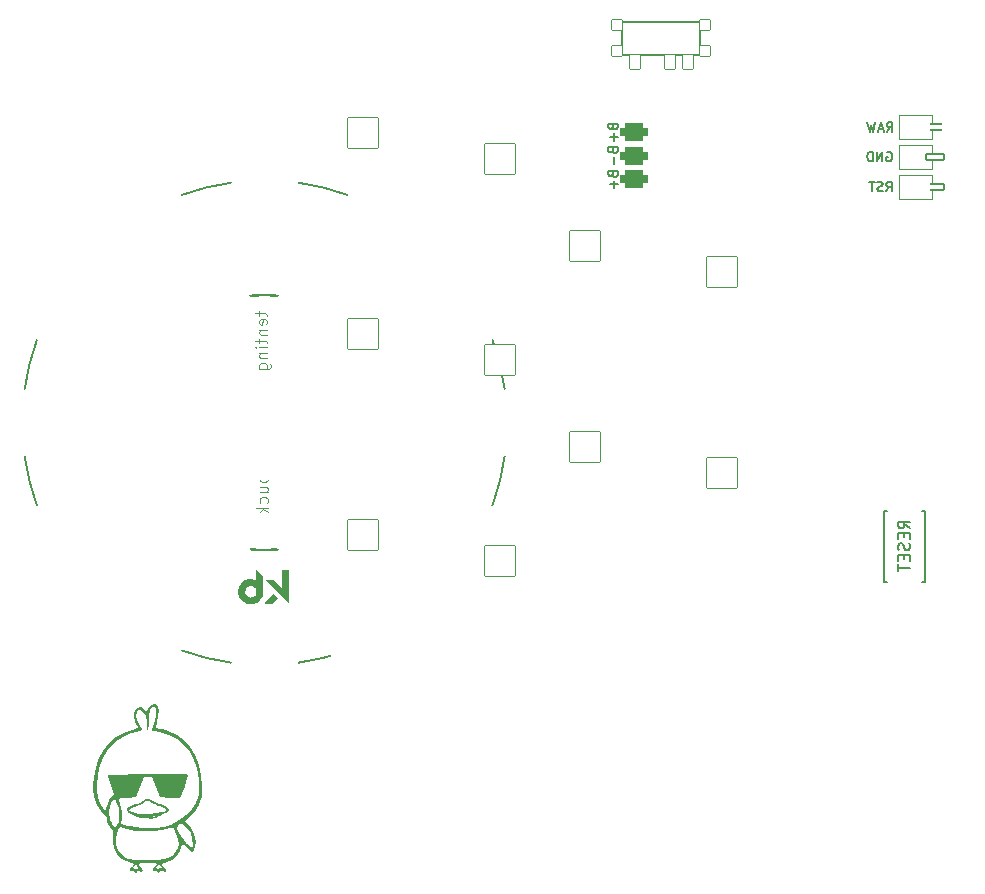
<source format=gbo>
%TF.GenerationSoftware,KiCad,Pcbnew,(6.0.4)*%
%TF.CreationDate,2022-05-21T01:49:08+02:00*%
%TF.ProjectId,battoota,62617474-6f6f-4746-912e-6b696361645f,v1.0.0*%
%TF.SameCoordinates,Original*%
%TF.FileFunction,Legend,Bot*%
%TF.FilePolarity,Positive*%
%FSLAX46Y46*%
G04 Gerber Fmt 4.6, Leading zero omitted, Abs format (unit mm)*
G04 Created by KiCad (PCBNEW (6.0.4)) date 2022-05-21 01:49:08*
%MOMM*%
%LPD*%
G01*
G04 APERTURE LIST*
G04 Aperture macros list*
%AMRoundRect*
0 Rectangle with rounded corners*
0 $1 Rounding radius*
0 $2 $3 $4 $5 $6 $7 $8 $9 X,Y pos of 4 corners*
0 Add a 4 corners polygon primitive as box body*
4,1,4,$2,$3,$4,$5,$6,$7,$8,$9,$2,$3,0*
0 Add four circle primitives for the rounded corners*
1,1,$1+$1,$2,$3*
1,1,$1+$1,$4,$5*
1,1,$1+$1,$6,$7*
1,1,$1+$1,$8,$9*
0 Add four rect primitives between the rounded corners*
20,1,$1+$1,$2,$3,$4,$5,0*
20,1,$1+$1,$4,$5,$6,$7,0*
20,1,$1+$1,$6,$7,$8,$9,0*
20,1,$1+$1,$8,$9,$2,$3,0*%
%AMFreePoly0*
4,1,16,0.685355,0.785355,0.700000,0.750000,0.691603,0.722265,0.210093,0.000000,0.691603,-0.722265,0.699029,-0.759806,0.677735,-0.791603,0.650000,-0.800000,-0.500000,-0.800000,-0.535355,-0.785355,-0.550000,-0.750000,-0.550000,0.750000,-0.535355,0.785355,-0.500000,0.800000,0.650000,0.800000,0.685355,0.785355,0.685355,0.785355,$1*%
%AMFreePoly1*
4,1,16,0.535355,0.785355,0.550000,0.750000,0.550000,-0.750000,0.535355,-0.785355,0.500000,-0.800000,-0.500000,-0.800000,-0.535355,-0.785355,-0.541603,-0.777735,-1.041603,-0.027735,-1.049029,0.009806,-1.041603,0.027735,-0.541603,0.777735,-0.509806,0.799029,-0.500000,0.800000,0.500000,0.800000,0.535355,0.785355,0.535355,0.785355,$1*%
G04 Aperture macros list end*
%ADD10C,0.150000*%
%ADD11C,0.100000*%
%ADD12C,0.120000*%
%ADD13C,0.200000*%
%ADD14C,0.010000*%
%ADD15RoundRect,0.375000X-0.750000X0.375000X-0.750000X-0.375000X0.750000X-0.375000X0.750000X0.375000X0*%
%ADD16C,1.752600*%
%ADD17C,2.100000*%
%ADD18C,3.100000*%
%ADD19C,1.801800*%
%ADD20C,3.529000*%
%ADD21RoundRect,0.050000X-1.054507X-1.505993X1.505993X-1.054507X1.054507X1.505993X-1.505993X1.054507X0*%
%ADD22C,2.132000*%
%ADD23RoundRect,0.050000X-1.181751X-1.408356X1.408356X-1.181751X1.181751X1.408356X-1.408356X1.181751X0*%
%ADD24RoundRect,0.050000X-1.300000X-1.300000X1.300000X-1.300000X1.300000X1.300000X-1.300000X1.300000X0*%
%ADD25RoundRect,0.050000X-0.450000X-0.450000X0.450000X-0.450000X0.450000X0.450000X-0.450000X0.450000X0*%
%ADD26C,1.100000*%
%ADD27RoundRect,0.050000X-0.450000X-0.625000X0.450000X-0.625000X0.450000X0.625000X-0.450000X0.625000X0*%
%ADD28RoundRect,0.050000X-1.716367X-0.658851X0.658851X-1.716367X1.716367X0.658851X-0.658851X1.716367X0*%
%ADD29RoundRect,0.425000X-0.750000X0.375000X-0.750000X-0.375000X0.750000X-0.375000X0.750000X0.375000X0*%
%ADD30RoundRect,0.050000X-0.863113X-1.623279X1.623279X-0.863113X0.863113X1.623279X-1.623279X0.863113X0*%
%ADD31RoundRect,0.050000X-1.487360X-1.080630X1.080630X-1.487360X1.487360X1.080630X-1.080630X1.487360X0*%
%ADD32C,1.852600*%
%ADD33FreePoly0,180.000000*%
%ADD34RoundRect,0.050000X-0.762000X0.250000X-0.762000X-0.250000X0.762000X-0.250000X0.762000X0.250000X0*%
%ADD35FreePoly1,180.000000*%
%ADD36C,4.500000*%
G04 APERTURE END LIST*
D10*
%TO.C,B1*%
X158422171Y79202634D02*
X157945981Y79535968D01*
X158422171Y79774063D02*
X157422171Y79774063D01*
X157422171Y79393111D01*
X157469791Y79297873D01*
X157517410Y79250254D01*
X157612648Y79202634D01*
X157755505Y79202634D01*
X157850743Y79250254D01*
X157898362Y79297873D01*
X157945981Y79393111D01*
X157945981Y79774063D01*
X157898362Y78774063D02*
X157898362Y78440730D01*
X158422171Y78297873D02*
X158422171Y78774063D01*
X157422171Y78774063D01*
X157422171Y78297873D01*
X158374552Y77916920D02*
X158422171Y77774063D01*
X158422171Y77535968D01*
X158374552Y77440730D01*
X158326933Y77393111D01*
X158231695Y77345492D01*
X158136457Y77345492D01*
X158041219Y77393111D01*
X157993600Y77440730D01*
X157945981Y77535968D01*
X157898362Y77726444D01*
X157850743Y77821682D01*
X157803124Y77869301D01*
X157707886Y77916920D01*
X157612648Y77916920D01*
X157517410Y77869301D01*
X157469791Y77821682D01*
X157422171Y77726444D01*
X157422171Y77488349D01*
X157469791Y77345492D01*
X157898362Y76916920D02*
X157898362Y76583587D01*
X158422171Y76440730D02*
X158422171Y76916920D01*
X157422171Y76916920D01*
X157422171Y76440730D01*
X157422171Y76155015D02*
X157422171Y75583587D01*
X158422171Y75869301D02*
X157422171Y75869301D01*
%TO.C,PAD1*%
X133252648Y109176349D02*
X133290743Y109062063D01*
X133328838Y109023968D01*
X133405029Y108985873D01*
X133519314Y108985873D01*
X133595505Y109023968D01*
X133633600Y109062063D01*
X133671695Y109138254D01*
X133671695Y109443015D01*
X132871695Y109443015D01*
X132871695Y109176349D01*
X132909791Y109100158D01*
X132947886Y109062063D01*
X133024076Y109023968D01*
X133100267Y109023968D01*
X133176457Y109062063D01*
X133214552Y109100158D01*
X133252648Y109176349D01*
X133252648Y109443015D01*
X133366933Y108643015D02*
X133366933Y108033492D01*
X133671695Y108338254D02*
X133062171Y108338254D01*
X133252648Y113176349D02*
X133290743Y113062063D01*
X133328838Y113023968D01*
X133405029Y112985873D01*
X133519314Y112985873D01*
X133595505Y113023968D01*
X133633600Y113062063D01*
X133671695Y113138254D01*
X133671695Y113443015D01*
X132871695Y113443015D01*
X132871695Y113176349D01*
X132909791Y113100158D01*
X132947886Y113062063D01*
X133024076Y113023968D01*
X133100267Y113023968D01*
X133176457Y113062063D01*
X133214552Y113100158D01*
X133252648Y113176349D01*
X133252648Y113443015D01*
X133366933Y112643015D02*
X133366933Y112033492D01*
X133671695Y112338254D02*
X133062171Y112338254D01*
X133252648Y111176349D02*
X133290743Y111062063D01*
X133328838Y111023968D01*
X133405029Y110985873D01*
X133519314Y110985873D01*
X133595505Y111023968D01*
X133633600Y111062063D01*
X133671695Y111138254D01*
X133671695Y111443015D01*
X132871695Y111443015D01*
X132871695Y111176349D01*
X132909791Y111100158D01*
X132947886Y111062063D01*
X133024076Y111023968D01*
X133100267Y111023968D01*
X133176457Y111062063D01*
X133214552Y111100158D01*
X133252648Y111176349D01*
X133252648Y111443015D01*
X133366933Y110643015D02*
X133366933Y110033492D01*
%TO.C,MCU1*%
X156461797Y112786976D02*
X156728464Y113167928D01*
X156918940Y112786976D02*
X156918940Y113586976D01*
X156614178Y113586976D01*
X156537988Y113548881D01*
X156499893Y113510785D01*
X156461797Y113434595D01*
X156461797Y113320309D01*
X156499893Y113244119D01*
X156537988Y113206023D01*
X156614178Y113167928D01*
X156918940Y113167928D01*
X156157036Y113015547D02*
X155776083Y113015547D01*
X156233226Y112786976D02*
X155966559Y113586976D01*
X155699893Y112786976D01*
X155509417Y113586976D02*
X155318940Y112786976D01*
X155166559Y113358404D01*
X155014178Y112786976D01*
X154823702Y113586976D01*
X156424534Y107749408D02*
X156691200Y108130360D01*
X156881677Y107749408D02*
X156881677Y108549408D01*
X156576915Y108549408D01*
X156500724Y108511313D01*
X156462629Y108473217D01*
X156424534Y108397027D01*
X156424534Y108282741D01*
X156462629Y108206551D01*
X156500724Y108168455D01*
X156576915Y108130360D01*
X156881677Y108130360D01*
X156119772Y107787503D02*
X156005486Y107749408D01*
X155815010Y107749408D01*
X155738819Y107787503D01*
X155700724Y107825598D01*
X155662629Y107901789D01*
X155662629Y107977979D01*
X155700724Y108054170D01*
X155738819Y108092265D01*
X155815010Y108130360D01*
X155967391Y108168455D01*
X156043581Y108206551D01*
X156081677Y108244646D01*
X156119772Y108320836D01*
X156119772Y108397027D01*
X156081677Y108473217D01*
X156043581Y108511313D01*
X155967391Y108549408D01*
X155776915Y108549408D01*
X155662629Y108511313D01*
X155434058Y108549408D02*
X154976915Y108549408D01*
X155205486Y107749408D02*
X155205486Y108549408D01*
X156481677Y111051313D02*
X156557868Y111089408D01*
X156672154Y111089408D01*
X156786439Y111051313D01*
X156862630Y110975122D01*
X156900725Y110898932D01*
X156938820Y110746551D01*
X156938820Y110632265D01*
X156900725Y110479884D01*
X156862630Y110403693D01*
X156786439Y110327503D01*
X156672154Y110289408D01*
X156595963Y110289408D01*
X156481677Y110327503D01*
X156443582Y110365598D01*
X156443582Y110632265D01*
X156595963Y110632265D01*
X156100725Y110289408D02*
X156100725Y111089408D01*
X155643582Y110289408D01*
X155643582Y111089408D01*
X155262630Y110289408D02*
X155262630Y111089408D01*
X155072154Y111089408D01*
X154957868Y111051313D01*
X154881677Y110975122D01*
X154843582Y110898932D01*
X154805487Y110746551D01*
X154805487Y110632265D01*
X154843582Y110479884D01*
X154881677Y110403693D01*
X154957868Y110327503D01*
X155072154Y110289408D01*
X155262630Y110289408D01*
D11*
%TO.C,REF\u002A\u002A*%
X103328934Y97562927D02*
X103328934Y97181974D01*
X102995600Y97420069D02*
X103852743Y97420069D01*
X103947981Y97372450D01*
X103995600Y97277212D01*
X103995600Y97181974D01*
X103947981Y96467688D02*
X103995600Y96562927D01*
X103995600Y96753403D01*
X103947981Y96848641D01*
X103852743Y96896260D01*
X103471791Y96896260D01*
X103376553Y96848641D01*
X103328934Y96753403D01*
X103328934Y96562927D01*
X103376553Y96467688D01*
X103471791Y96420069D01*
X103567029Y96420069D01*
X103662267Y96896260D01*
X103328934Y95991498D02*
X103995600Y95991498D01*
X103424172Y95991498D02*
X103376553Y95943879D01*
X103328934Y95848641D01*
X103328934Y95705784D01*
X103376553Y95610546D01*
X103471791Y95562927D01*
X103995600Y95562927D01*
X103328934Y95229593D02*
X103328934Y94848641D01*
X102995600Y95086736D02*
X103852743Y95086736D01*
X103947981Y95039117D01*
X103995600Y94943879D01*
X103995600Y94848641D01*
X103995600Y94515307D02*
X103328934Y94515307D01*
X102995600Y94515307D02*
X103043220Y94562927D01*
X103090839Y94515307D01*
X103043220Y94467688D01*
X102995600Y94515307D01*
X103090839Y94515307D01*
X103328934Y94039117D02*
X103995600Y94039117D01*
X103424172Y94039117D02*
X103376553Y93991498D01*
X103328934Y93896260D01*
X103328934Y93753403D01*
X103376553Y93658165D01*
X103471791Y93610546D01*
X103995600Y93610546D01*
X103328934Y92705784D02*
X104138458Y92705784D01*
X104233696Y92753403D01*
X104281315Y92801022D01*
X104328934Y92896260D01*
X104328934Y93039117D01*
X104281315Y93134355D01*
X103947981Y92705784D02*
X103995600Y92801022D01*
X103995600Y92991498D01*
X103947981Y93086736D01*
X103900362Y93134355D01*
X103805124Y93181974D01*
X103519410Y93181974D01*
X103424172Y93134355D01*
X103376553Y93086736D01*
X103328934Y92991498D01*
X103328934Y92801022D01*
X103376553Y92705784D01*
X103392434Y83608927D02*
X104392434Y83608927D01*
X103440053Y83608927D02*
X103392434Y83513688D01*
X103392434Y83323212D01*
X103440053Y83227974D01*
X103487672Y83180355D01*
X103582910Y83132736D01*
X103868624Y83132736D01*
X103963862Y83180355D01*
X104011481Y83227974D01*
X104059100Y83323212D01*
X104059100Y83513688D01*
X104011481Y83608927D01*
X103392434Y82275593D02*
X104059100Y82275593D01*
X103392434Y82704165D02*
X103916243Y82704165D01*
X104011481Y82656546D01*
X104059100Y82561307D01*
X104059100Y82418450D01*
X104011481Y82323212D01*
X103963862Y82275593D01*
X104011481Y81370831D02*
X104059100Y81466069D01*
X104059100Y81656546D01*
X104011481Y81751784D01*
X103963862Y81799403D01*
X103868624Y81847022D01*
X103582910Y81847022D01*
X103487672Y81799403D01*
X103440053Y81751784D01*
X103392434Y81656546D01*
X103392434Y81466069D01*
X103440053Y81370831D01*
X104059100Y80942260D02*
X103059100Y80942260D01*
X103678148Y80847022D02*
X104059100Y80561307D01*
X103392434Y80561307D02*
X103773386Y80942260D01*
D10*
%TO.C,B1*%
X159719791Y74623254D02*
X159469791Y74623254D01*
X159719791Y80623254D02*
X159719791Y74623254D01*
X156219791Y80623254D02*
X156469791Y80623254D01*
X156469791Y74623254D02*
X156219791Y74623254D01*
X156219791Y74623254D02*
X156219791Y80623254D01*
X159469791Y80623254D02*
X159719791Y80623254D01*
%TO.C,T2*%
X139318406Y122101838D02*
X135418406Y122101838D01*
X140668406Y119251838D02*
X140668406Y122101838D01*
X134068406Y122101838D02*
X134068406Y119251838D01*
X134068406Y119251838D02*
X140668406Y119251838D01*
X137368406Y122101838D02*
X134068406Y122101838D01*
X137368406Y122101838D02*
X140668406Y122101838D01*
D12*
%TO.C,MCU1*%
X160318690Y110963254D02*
X160318690Y111643254D01*
X160318690Y107103254D02*
X160318690Y107763254D01*
X160318690Y114183254D02*
X157518690Y114183254D01*
X157518690Y114183254D02*
X157518690Y112183254D01*
X160318690Y108438254D02*
X160318690Y109103254D01*
X157518690Y107103254D02*
X160318690Y107103254D01*
X160318690Y112183254D02*
X160318690Y112863254D01*
X157518690Y109103254D02*
X157518690Y107103254D01*
X160318690Y111643254D02*
X157518690Y111643254D01*
X160318690Y109103254D02*
X157518690Y109103254D01*
X160318690Y113513254D02*
X160318690Y114183254D01*
X160318690Y109643254D02*
X160318690Y110313254D01*
X157518690Y111643254D02*
X157518690Y109643254D01*
X157518690Y109643254D02*
X160318690Y109643254D01*
X157518690Y112183254D02*
X160318690Y112183254D01*
D13*
%TO.C,REF\u002A\u002A*%
X103797220Y77346426D02*
G75*
G03*
X104925605Y77405563I0J10794901D01*
G01*
X103715684Y98963368D02*
G75*
G03*
X102587299Y98904232I-6J-10794921D01*
G01*
X84511085Y95149471D02*
G75*
G03*
X83477220Y90998927I19286255J-7008074D01*
G01*
X104925605Y98877290D02*
G75*
G03*
X103797220Y98936427I-1128385J-10735763D01*
G01*
X102668835Y77405563D02*
G75*
G03*
X103797220Y77346427I1128379J10735785D01*
G01*
X110805269Y107427560D02*
G75*
G03*
X106654720Y108461427I-7008049J-19286133D01*
G01*
X123083354Y81133379D02*
G75*
G03*
X124117220Y85283927I-19286134J7008048D01*
G01*
X104844069Y98904232D02*
G75*
G03*
X103715684Y98963368I-1128379J-10735785D01*
G01*
X96789175Y68855292D02*
G75*
G03*
X100939720Y67821427I7008045J19286135D01*
G01*
X106654720Y67821427D02*
G75*
G03*
X110805265Y68855292I-2857506J20320019D01*
G01*
X83477219Y85283927D02*
G75*
G03*
X84511085Y81133381I20320001J2857500D01*
G01*
X100939720Y108461428D02*
G75*
G03*
X96789174Y107427562I2857500J-20320001D01*
G01*
X103715684Y77373368D02*
G75*
G03*
X104844069Y77432504I6J10794921D01*
G01*
X102587299Y77432504D02*
G75*
G03*
X103715684Y77373368I1128379J10735785D01*
G01*
X124117220Y90998927D02*
G75*
G03*
X123083354Y95149475I-20320000J-2857500D01*
G01*
X103797220Y98936427D02*
G75*
G03*
X102668835Y98877291I-6J-10794921D01*
G01*
G36*
X105796636Y72942012D02*
G01*
X105705792Y73034288D01*
X105692011Y73048284D01*
X105660150Y73080637D01*
X105614203Y73127291D01*
X105555387Y73187009D01*
X105484920Y73258554D01*
X105404021Y73340691D01*
X105313906Y73432184D01*
X105215794Y73531795D01*
X105110902Y73638288D01*
X105000448Y73750428D01*
X104885649Y73866977D01*
X104767724Y73986700D01*
X103920500Y74846837D01*
X104208868Y74849930D01*
X104497236Y74853024D01*
X105300182Y74050324D01*
X105300182Y75683882D01*
X105796636Y75683882D01*
X105796636Y72942012D01*
G37*
D14*
X105796636Y72942012D02*
X105705792Y73034288D01*
X105692011Y73048284D01*
X105660150Y73080637D01*
X105614203Y73127291D01*
X105555387Y73187009D01*
X105484920Y73258554D01*
X105404021Y73340691D01*
X105313906Y73432184D01*
X105215794Y73531795D01*
X105110902Y73638288D01*
X105000448Y73750428D01*
X104885649Y73866977D01*
X104767724Y73986700D01*
X103920500Y74846837D01*
X104208868Y74849930D01*
X104497236Y74853024D01*
X105300182Y74050324D01*
X105300182Y75683882D01*
X105796636Y75683882D01*
X105796636Y72942012D01*
G36*
X103593401Y73738004D02*
G01*
X103590788Y73709609D01*
X103581919Y73663159D01*
X103544366Y73535999D01*
X103489200Y73410136D01*
X103419508Y73291954D01*
X103338377Y73187834D01*
X103329983Y73178668D01*
X103221671Y73078342D01*
X103099251Y72994345D01*
X102966078Y72928366D01*
X102825510Y72882091D01*
X102680902Y72857210D01*
X102580656Y72852727D01*
X102432235Y72864126D01*
X102288816Y72896379D01*
X102152580Y72948402D01*
X102025705Y73019116D01*
X101910372Y73107438D01*
X101808759Y73212287D01*
X101723047Y73332580D01*
X101665792Y73439499D01*
X101612647Y73578735D01*
X101581291Y73723299D01*
X101574787Y73819663D01*
X102070026Y73819663D01*
X102070308Y73814373D01*
X102074626Y73759070D01*
X102081983Y73716778D01*
X102094628Y73678170D01*
X102114809Y73633924D01*
X102136297Y73595597D01*
X102177782Y73536803D01*
X102225839Y73481347D01*
X102275162Y73435153D01*
X102320448Y73404149D01*
X102336615Y73396373D01*
X102377520Y73379013D01*
X102420517Y73362927D01*
X102493344Y73343639D01*
X102597045Y73335118D01*
X102698586Y73347912D01*
X102795372Y73381044D01*
X102884804Y73433537D01*
X102964285Y73504414D01*
X103031219Y73592697D01*
X103059873Y73646842D01*
X103090305Y73740861D01*
X103100877Y73838410D01*
X103092571Y73936358D01*
X103066369Y74031571D01*
X103023256Y74120918D01*
X102964213Y74201264D01*
X102890223Y74269478D01*
X102802271Y74322427D01*
X102788268Y74328713D01*
X102689922Y74359338D01*
X102588570Y74369520D01*
X102487666Y74360200D01*
X102390667Y74332322D01*
X102301031Y74286826D01*
X102222214Y74224656D01*
X102157672Y74146752D01*
X102139902Y74118223D01*
X102096250Y74024800D01*
X102073394Y73926908D01*
X102070026Y73819663D01*
X101574787Y73819663D01*
X101571000Y73875777D01*
X101574561Y73965447D01*
X101597242Y74115726D01*
X101639994Y74257695D01*
X101701804Y74389680D01*
X101781662Y74510005D01*
X101878556Y74616994D01*
X101991476Y74708974D01*
X102119409Y74784267D01*
X102189260Y74816906D01*
X102264398Y74846123D01*
X102336050Y74865615D01*
X102412533Y74877552D01*
X102502168Y74884104D01*
X102519980Y74884772D01*
X102659181Y74878334D01*
X102789564Y74850658D01*
X102911780Y74801554D01*
X103026477Y74730832D01*
X103050611Y74713630D01*
X103075457Y74697287D01*
X103087888Y74690973D01*
X103088796Y74695003D01*
X103090245Y74718810D01*
X103091572Y74761933D01*
X103092741Y74822008D01*
X103093717Y74896670D01*
X103094467Y74983556D01*
X103094956Y75080301D01*
X103095148Y75184541D01*
X103095296Y75678109D01*
X103603000Y75168083D01*
X103602913Y74476369D01*
X103602910Y74464633D01*
X103602649Y74314159D01*
X103601985Y74176887D01*
X103600941Y74054231D01*
X103599538Y73947602D01*
X103597799Y73858413D01*
X103597215Y73838410D01*
X103595746Y73788076D01*
X103593401Y73738004D01*
G37*
X103593401Y73738004D02*
X103590788Y73709609D01*
X103581919Y73663159D01*
X103544366Y73535999D01*
X103489200Y73410136D01*
X103419508Y73291954D01*
X103338377Y73187834D01*
X103329983Y73178668D01*
X103221671Y73078342D01*
X103099251Y72994345D01*
X102966078Y72928366D01*
X102825510Y72882091D01*
X102680902Y72857210D01*
X102580656Y72852727D01*
X102432235Y72864126D01*
X102288816Y72896379D01*
X102152580Y72948402D01*
X102025705Y73019116D01*
X101910372Y73107438D01*
X101808759Y73212287D01*
X101723047Y73332580D01*
X101665792Y73439499D01*
X101612647Y73578735D01*
X101581291Y73723299D01*
X101574787Y73819663D01*
X102070026Y73819663D01*
X102070308Y73814373D01*
X102074626Y73759070D01*
X102081983Y73716778D01*
X102094628Y73678170D01*
X102114809Y73633924D01*
X102136297Y73595597D01*
X102177782Y73536803D01*
X102225839Y73481347D01*
X102275162Y73435153D01*
X102320448Y73404149D01*
X102336615Y73396373D01*
X102377520Y73379013D01*
X102420517Y73362927D01*
X102493344Y73343639D01*
X102597045Y73335118D01*
X102698586Y73347912D01*
X102795372Y73381044D01*
X102884804Y73433537D01*
X102964285Y73504414D01*
X103031219Y73592697D01*
X103059873Y73646842D01*
X103090305Y73740861D01*
X103100877Y73838410D01*
X103092571Y73936358D01*
X103066369Y74031571D01*
X103023256Y74120918D01*
X102964213Y74201264D01*
X102890223Y74269478D01*
X102802271Y74322427D01*
X102788268Y74328713D01*
X102689922Y74359338D01*
X102588570Y74369520D01*
X102487666Y74360200D01*
X102390667Y74332322D01*
X102301031Y74286826D01*
X102222214Y74224656D01*
X102157672Y74146752D01*
X102139902Y74118223D01*
X102096250Y74024800D01*
X102073394Y73926908D01*
X102070026Y73819663D01*
X101574787Y73819663D01*
X101571000Y73875777D01*
X101574561Y73965447D01*
X101597242Y74115726D01*
X101639994Y74257695D01*
X101701804Y74389680D01*
X101781662Y74510005D01*
X101878556Y74616994D01*
X101991476Y74708974D01*
X102119409Y74784267D01*
X102189260Y74816906D01*
X102264398Y74846123D01*
X102336050Y74865615D01*
X102412533Y74877552D01*
X102502168Y74884104D01*
X102519980Y74884772D01*
X102659181Y74878334D01*
X102789564Y74850658D01*
X102911780Y74801554D01*
X103026477Y74730832D01*
X103050611Y74713630D01*
X103075457Y74697287D01*
X103087888Y74690973D01*
X103088796Y74695003D01*
X103090245Y74718810D01*
X103091572Y74761933D01*
X103092741Y74822008D01*
X103093717Y74896670D01*
X103094467Y74983556D01*
X103094956Y75080301D01*
X103095148Y75184541D01*
X103095296Y75678109D01*
X103603000Y75168083D01*
X103602913Y74476369D01*
X103602910Y74464633D01*
X103602649Y74314159D01*
X103601985Y74176887D01*
X103600941Y74054231D01*
X103599538Y73947602D01*
X103597799Y73858413D01*
X103597215Y73838410D01*
X103595746Y73788076D01*
X103593401Y73738004D01*
G36*
X104502868Y73651699D02*
G01*
X104515097Y73641651D01*
X104540579Y73618031D01*
X104576726Y73583318D01*
X104620950Y73539993D01*
X104670663Y73490538D01*
X104831698Y73329194D01*
X104797816Y73291379D01*
X104794639Y73287887D01*
X104772771Y73264678D01*
X104738425Y73228932D01*
X104694609Y73183752D01*
X104644326Y73132239D01*
X104590584Y73077496D01*
X104417234Y72901427D01*
X103797220Y72901427D01*
X103825521Y72935062D01*
X103827814Y72937753D01*
X103848482Y72960982D01*
X103881240Y72996822D01*
X103924100Y73043167D01*
X103975072Y73097910D01*
X104032168Y73158945D01*
X104093398Y73224164D01*
X104156773Y73291462D01*
X104220306Y73358732D01*
X104282005Y73423867D01*
X104339884Y73484761D01*
X104391951Y73539307D01*
X104436220Y73585399D01*
X104470699Y73620930D01*
X104493402Y73643793D01*
X104502337Y73651882D01*
X104502868Y73651699D01*
G37*
X104502868Y73651699D02*
X104515097Y73641651D01*
X104540579Y73618031D01*
X104576726Y73583318D01*
X104620950Y73539993D01*
X104670663Y73490538D01*
X104831698Y73329194D01*
X104797816Y73291379D01*
X104794639Y73287887D01*
X104772771Y73264678D01*
X104738425Y73228932D01*
X104694609Y73183752D01*
X104644326Y73132239D01*
X104590584Y73077496D01*
X104417234Y72901427D01*
X103797220Y72901427D01*
X103825521Y72935062D01*
X103827814Y72937753D01*
X103848482Y72960982D01*
X103881240Y72996822D01*
X103924100Y73043167D01*
X103975072Y73097910D01*
X104032168Y73158945D01*
X104093398Y73224164D01*
X104156773Y73291462D01*
X104220306Y73358732D01*
X104282005Y73423867D01*
X104339884Y73484761D01*
X104391951Y73539307D01*
X104436220Y73585399D01*
X104470699Y73620930D01*
X104493402Y73643793D01*
X104502337Y73651882D01*
X104502868Y73651699D01*
%TO.C,G\u002A\u002A\u002A*%
G36*
X94630151Y54707570D02*
G01*
X94396858Y54643258D01*
X94146747Y54624050D01*
X93810667Y54635225D01*
X93526219Y54656367D01*
X93256312Y54699910D01*
X93120476Y54741218D01*
X93661943Y54741218D01*
X93712212Y54724332D01*
X93895333Y54717727D01*
X94019582Y54720197D01*
X94125956Y54733481D01*
X94085833Y54754419D01*
X93951551Y54768426D01*
X93704833Y54754419D01*
X93661943Y54741218D01*
X93120476Y54741218D01*
X92994058Y54779662D01*
X92876275Y54830486D01*
X94341597Y54830486D01*
X94342908Y54801584D01*
X94452722Y54786018D01*
X94535945Y54799576D01*
X94503875Y54837170D01*
X94454914Y54850698D01*
X94341597Y54830486D01*
X92876275Y54830486D01*
X92687996Y54911729D01*
X92286667Y55112217D01*
X92208282Y55183879D01*
X92132425Y55360900D01*
X92132991Y55368759D01*
X92339283Y55368759D01*
X92397983Y55253540D01*
X92625333Y55143946D01*
X92847118Y55090411D01*
X93223604Y55048327D01*
X93664575Y55034937D01*
X94131166Y55047895D01*
X94584513Y55084850D01*
X94985752Y55143456D01*
X95296017Y55221363D01*
X95476445Y55316223D01*
X95492870Y55337106D01*
X95467648Y55440963D01*
X95285368Y55554542D01*
X94955354Y55671486D01*
X94780003Y55729272D01*
X94492971Y55850367D01*
X94290142Y55968931D01*
X94063133Y56096450D01*
X93778078Y56113650D01*
X93516467Y55966671D01*
X93392165Y55880634D01*
X93135190Y55755590D01*
X92833677Y55645696D01*
X92725675Y55610865D01*
X92448694Y55488302D01*
X92339283Y55368759D01*
X92132991Y55368759D01*
X92140521Y55473243D01*
X92240681Y55587134D01*
X92471092Y55710227D01*
X92577253Y55755334D01*
X92833403Y55842614D01*
X93021004Y55878141D01*
X93048079Y55880318D01*
X93244595Y55951562D01*
X93456560Y56091667D01*
X93505819Y56131487D01*
X93779808Y56277658D01*
X94047205Y56267960D01*
X94345483Y56102867D01*
X94364727Y56089006D01*
X94645319Y55941058D01*
X94941455Y55852737D01*
X95061155Y55830092D01*
X95379092Y55717187D01*
X95594233Y55556210D01*
X95673333Y55369127D01*
X95669109Y55337106D01*
X95668339Y55331266D01*
X95588156Y55214183D01*
X95392697Y55076498D01*
X95059500Y54901081D01*
X94915777Y54831706D01*
X94841849Y54799576D01*
X94689770Y54733481D01*
X94630151Y54707570D01*
G37*
G36*
X97799442Y51985333D02*
G01*
X97620028Y51773667D01*
X97429847Y51994905D01*
X97238073Y52186204D01*
X97023991Y52353234D01*
X96808316Y52490324D01*
X96707046Y52111686D01*
X96629659Y51887333D01*
X96366231Y51462822D01*
X95994214Y51144981D01*
X95540861Y50960708D01*
X95290623Y50892245D01*
X95117737Y50798440D01*
X95105769Y50691711D01*
X95250000Y50565649D01*
X95352742Y50466672D01*
X95378027Y50400075D01*
X95419333Y50291283D01*
X95407101Y50168285D01*
X95337061Y50132079D01*
X95168231Y50205783D01*
X95044914Y50243962D01*
X94964787Y50163450D01*
X94913787Y50081950D01*
X94793044Y50046823D01*
X94691542Y50155644D01*
X94639140Y50215602D01*
X94482532Y50230436D01*
X94399061Y50222079D01*
X94322767Y50286006D01*
X94347863Y50399653D01*
X94516775Y50399653D01*
X94588529Y50406426D01*
X94675489Y50412391D01*
X94770055Y50308474D01*
X94782357Y50267625D01*
X94819397Y50234979D01*
X94870367Y50357285D01*
X94882796Y50393841D01*
X94950581Y50494172D01*
X95050721Y50451053D01*
X95122415Y50405425D01*
X95216964Y50400075D01*
X95205574Y50453346D01*
X95087918Y50542119D01*
X94978257Y50630734D01*
X94904649Y50781812D01*
X94890157Y50872713D01*
X94852119Y50800000D01*
X94777115Y50677619D01*
X94625970Y50516952D01*
X94578370Y50474588D01*
X94516775Y50399653D01*
X94347863Y50399653D01*
X94352613Y50421165D01*
X94488000Y50588333D01*
X94600721Y50708613D01*
X94657333Y50813122D01*
X94638058Y50829097D01*
X94491057Y50857605D01*
X94230892Y50877310D01*
X93895333Y50884667D01*
X93500743Y50875436D01*
X93243987Y50841712D01*
X93133063Y50776462D01*
X93156460Y50672668D01*
X93302667Y50523312D01*
X93412249Y50398914D01*
X93435969Y50339995D01*
X93472000Y50250496D01*
X93416192Y50147763D01*
X93289393Y50129312D01*
X93172536Y50212400D01*
X93114992Y50241809D01*
X93003905Y50148900D01*
X92993052Y50134460D01*
X92887871Y50046615D01*
X92783433Y50101500D01*
X92715286Y50151084D01*
X92523733Y50207333D01*
X92469490Y50213637D01*
X92380726Y50295190D01*
X92401931Y50411615D01*
X92582325Y50411615D01*
X92641196Y50409547D01*
X92727380Y50413538D01*
X92813434Y50308474D01*
X92825393Y50257281D01*
X92862678Y50220838D01*
X92937544Y50330334D01*
X92972231Y50386915D01*
X93058980Y50448307D01*
X93188640Y50375229D01*
X93250894Y50330200D01*
X93265299Y50339995D01*
X93165277Y50463896D01*
X93025462Y50647764D01*
X92939127Y50800000D01*
X92938865Y50800718D01*
X92900071Y50877530D01*
X92886018Y50789160D01*
X92832576Y50660603D01*
X92688833Y50509234D01*
X92669500Y50494616D01*
X92582325Y50411615D01*
X92401931Y50411615D01*
X92405276Y50429982D01*
X92540667Y50565649D01*
X92631006Y50631564D01*
X92701167Y50756732D01*
X92606699Y50856951D01*
X92350167Y50927352D01*
X92337828Y50929377D01*
X91861255Y51091629D01*
X91460784Y51391861D01*
X91171089Y51804285D01*
X91087814Y51998086D01*
X91023345Y52239840D01*
X90993408Y52536258D01*
X90988903Y52944280D01*
X90988860Y52981843D01*
X91209666Y52981843D01*
X91243855Y52458080D01*
X91403259Y51986486D01*
X91675834Y51597674D01*
X92049535Y51322256D01*
X92087740Y51303624D01*
X92276097Y51225150D01*
X92480546Y51170693D01*
X92739395Y51134516D01*
X93090955Y51110884D01*
X93573535Y51094059D01*
X94144697Y51085675D01*
X94763194Y51103676D01*
X95251581Y51160229D01*
X95630819Y51261432D01*
X95921870Y51413383D01*
X96145694Y51622178D01*
X96323254Y51893915D01*
X96424529Y52130475D01*
X96506471Y52510221D01*
X96495436Y52859890D01*
X96388576Y53125717D01*
X96373639Y53146821D01*
X96266099Y53356554D01*
X96176048Y53613628D01*
X96118673Y53792155D01*
X96046930Y53880658D01*
X95944947Y53858602D01*
X95924596Y53849158D01*
X95746335Y53789770D01*
X95464680Y53713483D01*
X95130784Y53634382D01*
X95065628Y53620603D01*
X94366584Y53533659D01*
X93602673Y53530520D01*
X92846225Y53608041D01*
X92169571Y53763080D01*
X91877909Y53846803D01*
X91618710Y53880246D01*
X91452449Y53816468D01*
X91344247Y53638916D01*
X91259226Y53331036D01*
X91209666Y52981843D01*
X90988860Y52981843D01*
X90988570Y53237704D01*
X90973264Y53515229D01*
X90937135Y53672581D01*
X90876186Y53737889D01*
X90832845Y53765392D01*
X90703348Y53921409D01*
X90570098Y54152370D01*
X90466010Y54396190D01*
X90424000Y54590787D01*
X90417492Y54631718D01*
X90326503Y54805426D01*
X90162447Y54996326D01*
X90006162Y55166417D01*
X90623034Y55166417D01*
X90677891Y54610457D01*
X90712798Y54490235D01*
X90833625Y54214049D01*
X90973471Y54018144D01*
X91171612Y53832000D01*
X91324621Y54065520D01*
X91331980Y54077211D01*
X91424587Y54337259D01*
X91472045Y54698011D01*
X91473874Y55100552D01*
X91429593Y55485965D01*
X91338723Y55795333D01*
X91324513Y55826852D01*
X91220312Y56070303D01*
X91146909Y56261000D01*
X91133108Y56298654D01*
X91086548Y56353984D01*
X91015508Y56294714D01*
X90892074Y56103603D01*
X90715494Y55709602D01*
X90623034Y55166417D01*
X90006162Y55166417D01*
X89931662Y55247498D01*
X89586687Y55808695D01*
X89368912Y56467274D01*
X89280310Y57211605D01*
X89291634Y57429453D01*
X89577333Y57429453D01*
X89591598Y56996053D01*
X89672256Y56449611D01*
X89836742Y55973902D01*
X90099358Y55516515D01*
X90311877Y55203765D01*
X90454579Y55717039D01*
X90512624Y55897483D01*
X90660243Y56225386D01*
X90822024Y56455054D01*
X91046766Y56679797D01*
X90767747Y57469373D01*
X90690937Y57692082D01*
X90594480Y57991971D01*
X90535123Y58204433D01*
X90523469Y58293691D01*
X90533327Y58296156D01*
X90669931Y58305891D01*
X90952109Y58317554D01*
X91361589Y58330639D01*
X91880102Y58344643D01*
X92489378Y58359060D01*
X93171145Y58373386D01*
X93907135Y58387118D01*
X94795177Y58401149D01*
X95579608Y58409805D01*
X96208620Y58411980D01*
X96689312Y58407606D01*
X97028786Y58396614D01*
X97234143Y58378938D01*
X97312483Y58354508D01*
X97307050Y58248229D01*
X97249196Y58017387D01*
X97148276Y57697411D01*
X97014266Y57322808D01*
X96659625Y56382404D01*
X95807568Y56406369D01*
X94955512Y56430333D01*
X94261764Y58123667D01*
X93601220Y58123667D01*
X93254393Y57277000D01*
X92907567Y56430333D01*
X92164569Y56405736D01*
X92121125Y56404380D01*
X91791435Y56396045D01*
X91586381Y56374134D01*
X91487795Y56308177D01*
X91477510Y56167705D01*
X91537359Y55922247D01*
X91649173Y55541333D01*
X91717659Y55233477D01*
X91720290Y55100552D01*
X91729460Y54637344D01*
X91676032Y54199020D01*
X92256516Y54013069D01*
X92381603Y53976360D01*
X92909152Y53870313D01*
X93513967Y53806463D01*
X94136441Y53787253D01*
X94716969Y53815128D01*
X95195943Y53892532D01*
X95246688Y53909326D01*
X96351494Y53909326D01*
X96390368Y53730301D01*
X96518490Y53441811D01*
X96708946Y53115634D01*
X96933603Y52799169D01*
X97164329Y52539817D01*
X97196620Y52510221D01*
X97369582Y52351693D01*
X97543381Y52209176D01*
X97635814Y52154667D01*
X97659990Y52167971D01*
X97696983Y52296558D01*
X97704551Y52522068D01*
X97685264Y52795410D01*
X97641694Y53067490D01*
X97576409Y53289213D01*
X97523846Y53397075D01*
X97350897Y53671777D01*
X97145022Y53932562D01*
X96977735Y54111678D01*
X96854785Y54204283D01*
X96744974Y54207257D01*
X96596613Y54140169D01*
X96584045Y54133534D01*
X96419054Y54015990D01*
X96351494Y53909326D01*
X95246688Y53909326D01*
X95885072Y54120600D01*
X96577636Y54472478D01*
X97178727Y54912535D01*
X97663451Y55422255D01*
X98006911Y55983122D01*
X98086050Y56163499D01*
X98172071Y56405438D01*
X98220933Y56648424D01*
X98242355Y56948489D01*
X98246059Y57361667D01*
X98233847Y57779333D01*
X98144551Y58506649D01*
X97955106Y59186223D01*
X97649351Y59886437D01*
X97444161Y60251778D01*
X96969924Y60864119D01*
X96392712Y61346115D01*
X95704860Y61703495D01*
X94898703Y61941985D01*
X94848022Y61952616D01*
X94556096Y62016566D01*
X94344460Y62067479D01*
X94255967Y62095145D01*
X94253630Y62102716D01*
X94279213Y62214187D01*
X94350757Y62407500D01*
X94426846Y62619207D01*
X94524172Y62978858D01*
X94595789Y63347712D01*
X94631429Y63669494D01*
X94620827Y63887926D01*
X94559249Y64018007D01*
X94397400Y64092667D01*
X94368545Y64090770D01*
X94202876Y63985839D01*
X94080976Y63726886D01*
X94005724Y63322946D01*
X93980000Y62783053D01*
X93973060Y62468386D01*
X93951015Y62210475D01*
X93920090Y62080986D01*
X93886732Y62089934D01*
X93857386Y62247336D01*
X93838501Y62563209D01*
X93811962Y62865990D01*
X93708895Y63278090D01*
X93543192Y63593086D01*
X93329296Y63776561D01*
X93236143Y63809953D01*
X93059528Y63789447D01*
X92955656Y63620138D01*
X92921667Y63298676D01*
X92969683Y62962479D01*
X93147334Y62640621D01*
X93284157Y62452524D01*
X93395912Y62237979D01*
X93371634Y62097781D01*
X93200337Y62003552D01*
X92871037Y61926916D01*
X92514894Y61842944D01*
X91790956Y61553262D01*
X91153053Y61128956D01*
X90610423Y60582637D01*
X90172300Y59926916D01*
X89847920Y59174405D01*
X89646519Y58337713D01*
X89577333Y57429453D01*
X89291634Y57429453D01*
X89322854Y58030057D01*
X89498516Y58910998D01*
X89714637Y59564422D01*
X90100594Y60336015D01*
X90591518Y60989912D01*
X91178665Y61516989D01*
X91853291Y61908122D01*
X92606652Y62154187D01*
X92820479Y62201611D01*
X93026705Y62250687D01*
X93116352Y62276777D01*
X93113828Y62297299D01*
X93049179Y62420230D01*
X92925852Y62612889D01*
X92787409Y62875491D01*
X92704290Y63251560D01*
X92747669Y63602480D01*
X92917818Y63884849D01*
X93037321Y63996981D01*
X93184764Y64076560D01*
X93334198Y64037237D01*
X93544308Y63878407D01*
X93798941Y63664147D01*
X93910637Y63896498D01*
X94042017Y64082620D01*
X94249381Y64256116D01*
X94383944Y64323239D01*
X94511315Y64328022D01*
X94651548Y64224903D01*
X94749675Y64085694D01*
X94821521Y63771329D01*
X94805796Y63344949D01*
X94701780Y62826604D01*
X94654589Y62630014D01*
X94618996Y62419930D01*
X94623079Y62320699D01*
X94692549Y62291120D01*
X94889183Y62236755D01*
X95159750Y62176064D01*
X95646798Y62044555D01*
X96358391Y61718224D01*
X96980856Y61258241D01*
X97507025Y60675014D01*
X97929730Y59978953D01*
X98241804Y59180466D01*
X98436078Y58289961D01*
X98502260Y57361667D01*
X98505384Y57317846D01*
X98505914Y57062525D01*
X98499961Y56708150D01*
X98478003Y56449785D01*
X98431675Y56240285D01*
X98352614Y56032507D01*
X98232459Y55779309D01*
X97973312Y55341863D01*
X97496756Y54796888D01*
X97038261Y54377850D01*
X97294885Y54134092D01*
X97535219Y53850123D01*
X97752833Y53458525D01*
X97897385Y53036541D01*
X97959553Y52623879D01*
X97951282Y52522068D01*
X97930013Y52260241D01*
X97799442Y51985333D01*
G37*
%TD*%
D15*
%TO.C,PAD1*%
X135109791Y108738254D03*
X135109791Y110738254D03*
X135109791Y112738254D03*
%TD*%
D16*
%TO.C,MCU1*%
X161977213Y110643254D03*
X161977213Y108103254D03*
X146737213Y108103254D03*
X146737213Y113267000D03*
X161977213Y113183254D03*
X146737213Y110643254D03*
X146737213Y105563254D03*
X146737213Y103023254D03*
X146737213Y100483254D03*
X146737213Y97943254D03*
X146737213Y95403254D03*
X146737213Y92863254D03*
X146737213Y90323254D03*
X146737213Y87783254D03*
X146737213Y85243254D03*
X161977213Y105563254D03*
X161977213Y103023254D03*
X161977213Y100483254D03*
X161977213Y97943254D03*
X161977213Y95403254D03*
X161977213Y92863254D03*
X161977213Y90323254D03*
X161977213Y87783254D03*
X161977213Y85243254D03*
%TD*%
%LPC*%
D17*
%TO.C,B1*%
X157969791Y80873254D03*
X157969791Y74373254D03*
%TD*%
D18*
%TO.C,S11*%
X75659968Y109306337D03*
X70353903Y110604673D03*
X70353903Y110604673D03*
D19*
X65970667Y103790002D03*
D18*
X65811891Y107569855D03*
D20*
X71387110Y104745067D03*
D19*
X76803553Y105700132D03*
D21*
X67128658Y110035975D03*
X78885213Y109875035D03*
%TD*%
D19*
%TO.C,S34*%
X154739291Y43001202D03*
D20*
X149714791Y45238254D03*
D19*
X144690291Y47475306D03*
D22*
X143601464Y43800464D03*
X152736919Y39733098D03*
X147315045Y39848336D03*
X147315045Y39848336D03*
%TD*%
D20*
%TO.C,S15*%
X94221643Y97114167D03*
D19*
X99700714Y97593524D03*
D18*
X98875782Y101285676D03*
X93703066Y103041525D03*
X93703066Y103041525D03*
X88913835Y100414118D03*
D19*
X88742572Y96634810D03*
D23*
X90440529Y102756090D03*
X102138320Y101571111D03*
%TD*%
D18*
%TO.C,S21*%
X115411087Y95636017D03*
D19*
X109911087Y89686017D03*
D18*
X115411087Y95636017D03*
X120411087Y93436017D03*
D19*
X120911087Y89686017D03*
D18*
X110411087Y93436017D03*
D20*
X115411087Y89686017D03*
D24*
X112136087Y95636017D03*
X123686087Y93436017D03*
%TD*%
D19*
%TO.C,S8*%
X71874705Y70306538D03*
X82707591Y72216668D03*
D20*
X77291148Y71261603D03*
D22*
X73026972Y66651093D03*
X82875050Y68387574D03*
X78315672Y65451237D03*
X78315672Y65451237D03*
%TD*%
D25*
%TO.C,T2*%
X141068406Y121851838D03*
X133668406Y121851838D03*
X141068406Y119651838D03*
X133668406Y119651838D03*
D26*
X135868406Y120751838D03*
X138868406Y120751838D03*
D27*
X135118406Y118676838D03*
X138118406Y118676838D03*
X139618406Y118676838D03*
%TD*%
D20*
%TO.C,S14*%
X95703291Y80178857D03*
D19*
X101182362Y80658214D03*
X90224220Y79699500D03*
D22*
X91053509Y75957538D03*
X101015456Y76829096D03*
X96217510Y74301308D03*
X96217510Y74301308D03*
%TD*%
D20*
%TO.C,S20*%
X115411087Y72686017D03*
D19*
X109911087Y72686017D03*
X120911087Y72686017D03*
D22*
X120411087Y68886017D03*
X110411087Y68886017D03*
X115411087Y66786017D03*
X115411087Y66786017D03*
%TD*%
D19*
%TO.C,S28*%
X128718280Y80153254D03*
X139718280Y80153254D03*
D20*
X134218280Y80153254D03*
D22*
X129218280Y76353254D03*
X139218280Y76353254D03*
X134218280Y74253254D03*
X134218280Y74253254D03*
%TD*%
D18*
%TO.C,S29*%
X134218280Y103103254D03*
X134218280Y103103254D03*
D19*
X139718280Y97153254D03*
D20*
X134218280Y97153254D03*
D18*
X139218280Y100903254D03*
X129218280Y100903254D03*
D19*
X128718280Y97153254D03*
D24*
X130943280Y103103254D03*
X142493280Y100903254D03*
%TD*%
D20*
%TO.C,S33*%
X149714791Y45238254D03*
D18*
X152134874Y50673849D03*
X146672326Y50697733D03*
D19*
X144690291Y47475306D03*
D18*
X152134874Y50673849D03*
X155807781Y46630366D03*
D19*
X154739291Y43001202D03*
D28*
X149143013Y52005912D03*
X158799642Y45298304D03*
%TD*%
D18*
%TO.C,S7*%
X71715929Y74086391D03*
X81564006Y75822873D03*
X76257941Y77121209D03*
D19*
X71874705Y70306538D03*
D18*
X76257941Y77121209D03*
D19*
X82707591Y72216668D03*
D20*
X77291148Y71261603D03*
D21*
X73032696Y76552511D03*
X84789251Y76391571D03*
%TD*%
D29*
%TO.C,PAD1*%
X135109791Y108738254D03*
X135109791Y110738254D03*
X135109791Y112738254D03*
%TD*%
D20*
%TO.C,S5*%
X52842259Y82729963D03*
D19*
X58101935Y84338007D03*
D18*
X51102647Y88419976D03*
X51102647Y88419976D03*
D19*
X47582583Y81121919D03*
D18*
X46964341Y84854247D03*
X56527389Y87777964D03*
D30*
X47970749Y87462459D03*
X59659287Y88735482D03*
%TD*%
D18*
%TO.C,S27*%
X129218280Y83903254D03*
D19*
X139718280Y80153254D03*
D20*
X134218280Y80153254D03*
D18*
X139218280Y83903254D03*
X134218280Y86103254D03*
X134218280Y86103254D03*
D19*
X128718280Y80153254D03*
D24*
X130943280Y86103254D03*
X142493280Y83903254D03*
%TD*%
D18*
%TO.C,S9*%
X68763910Y90828123D03*
D20*
X74339129Y88003335D03*
D18*
X73305922Y93862941D03*
X78611987Y92564605D03*
D19*
X68922686Y87048270D03*
D18*
X73305922Y93862941D03*
D19*
X79755572Y88958400D03*
D21*
X70080677Y93294243D03*
X81837232Y93133303D03*
%TD*%
D19*
%TO.C,S16*%
X99700714Y97593524D03*
D20*
X94221643Y97114167D03*
D19*
X88742572Y96634810D03*
D22*
X99533808Y93764406D03*
X89571861Y92892848D03*
X94735862Y91236618D03*
X94735862Y91236618D03*
%TD*%
D19*
%TO.C,S30*%
X139718280Y97153254D03*
X128718280Y97153254D03*
D20*
X134218280Y97153254D03*
D22*
X139218280Y93353254D03*
X129218280Y93353254D03*
X134218280Y91253254D03*
X134218280Y91253254D03*
%TD*%
D19*
%TO.C,S13*%
X90224220Y79699500D03*
X101182362Y80658214D03*
D20*
X95703291Y80178857D03*
D18*
X95184714Y86106215D03*
X100357430Y84350366D03*
X95184714Y86106215D03*
X90395483Y83478808D03*
D23*
X91922177Y85820780D03*
X103619968Y84635801D03*
%TD*%
D19*
%TO.C,S24*%
X109911087Y106686017D03*
X120911087Y106686017D03*
D20*
X115411087Y106686017D03*
D22*
X110411087Y102886017D03*
X120411087Y102886017D03*
X115411087Y100786017D03*
X115411087Y100786017D03*
%TD*%
D19*
%TO.C,S17*%
X87260925Y113570120D03*
D20*
X92739996Y114049477D03*
D19*
X98219067Y114528834D03*
D18*
X87432188Y117349428D03*
X97394135Y118220986D03*
X92221419Y119976835D03*
X92221419Y119976835D03*
D23*
X88958882Y119691400D03*
X100656673Y118506421D03*
%TD*%
D19*
%TO.C,S4*%
X52552902Y64864738D03*
X63072254Y68080826D03*
D20*
X57812578Y66472782D03*
D22*
X54142067Y61376965D03*
X63705114Y64300682D03*
X59537571Y60830584D03*
X59537571Y60830584D03*
%TD*%
D19*
%TO.C,S10*%
X79755572Y88958400D03*
X68922686Y87048270D03*
D20*
X74339129Y88003335D03*
D22*
X70074953Y83392825D03*
X79923031Y85129306D03*
X75363653Y82192969D03*
X75363653Y82192969D03*
%TD*%
D19*
%TO.C,S22*%
X109911087Y89686017D03*
X120911087Y89686017D03*
D20*
X115411087Y89686017D03*
D22*
X110411087Y85886017D03*
X120411087Y85886017D03*
X115411087Y83786017D03*
X115411087Y83786017D03*
%TD*%
D20*
%TO.C,S31*%
X130476118Y50937009D03*
D19*
X125043832Y51797399D03*
D18*
X131406903Y56813755D03*
X136001189Y53858668D03*
X131406903Y56813755D03*
X126124306Y55423013D03*
D19*
X135908404Y50076619D03*
D31*
X128172224Y57326077D03*
X139235868Y53346345D03*
%TD*%
D32*
%TO.C,MCU1*%
X161977213Y110643254D03*
D33*
X159643690Y110643254D03*
D32*
X161977213Y108103254D03*
D34*
X160593690Y113183254D03*
D32*
X146737213Y108103254D03*
D34*
X160593690Y110643254D03*
X160593690Y108103254D03*
D33*
X159643690Y108103254D03*
X159643690Y113183254D03*
D32*
X146737213Y113267000D03*
X161977213Y113183254D03*
X146737213Y110643254D03*
D35*
X158193690Y113183254D03*
X158193690Y110643254D03*
X158193690Y108103254D03*
D32*
X146737213Y105563254D03*
X146737213Y103023254D03*
X146737213Y100483254D03*
X146737213Y97943254D03*
X146737213Y95403254D03*
X146737213Y92863254D03*
X146737213Y90323254D03*
X146737213Y87783254D03*
X146737213Y85243254D03*
X161977213Y105563254D03*
X161977213Y103023254D03*
X161977213Y100483254D03*
X161977213Y97943254D03*
X161977213Y95403254D03*
X161977213Y92863254D03*
X161977213Y90323254D03*
X161977213Y87783254D03*
X161977213Y85243254D03*
%TD*%
D19*
%TO.C,S3*%
X52552902Y64864738D03*
D18*
X51934660Y68597066D03*
D20*
X57812578Y66472782D03*
D18*
X61497708Y71520783D03*
X56072966Y72162795D03*
X56072966Y72162795D03*
D19*
X63072254Y68080826D03*
D30*
X52941068Y71205278D03*
X64629606Y72478301D03*
%TD*%
D19*
%TO.C,S32*%
X135908404Y50076619D03*
D20*
X130476118Y50937009D03*
D19*
X125043832Y51797399D03*
D22*
X134820109Y46401621D03*
X124943225Y47965966D03*
X129553155Y45109648D03*
X129553155Y45109648D03*
%TD*%
D36*
%TO.C,REF\u002A\u002A*%
X84747220Y88141427D03*
X103797220Y69091427D03*
X103797220Y107191427D03*
%TD*%
D20*
%TO.C,S12*%
X71387110Y104745067D03*
D19*
X65970667Y103790002D03*
X76803553Y105700132D03*
D22*
X76971012Y101871038D03*
X67122934Y100134557D03*
X72411634Y98934701D03*
X72411634Y98934701D03*
%TD*%
D20*
%TO.C,S23*%
X115411087Y106686017D03*
D19*
X120911087Y106686017D03*
D18*
X115411087Y112636017D03*
X115411087Y112636017D03*
X110411087Y110436017D03*
X120411087Y110436017D03*
D19*
X109911087Y106686017D03*
D24*
X112136087Y112636017D03*
X123686087Y110436017D03*
%TD*%
D19*
%TO.C,S6*%
X47582583Y81121919D03*
X58101935Y84338007D03*
D20*
X52842259Y82729963D03*
D22*
X49171748Y77634146D03*
X58734795Y80557863D03*
X54567252Y77087765D03*
X54567252Y77087765D03*
%TD*%
D20*
%TO.C,S19*%
X115411087Y72686017D03*
D18*
X115411087Y78636017D03*
X110411087Y76436017D03*
D19*
X120911087Y72686017D03*
X109911087Y72686017D03*
D18*
X120411087Y76436017D03*
X115411087Y78636017D03*
D24*
X112136087Y78636017D03*
X123686087Y76436017D03*
%TD*%
D19*
%TO.C,S18*%
X98219067Y114528834D03*
D20*
X92739996Y114049477D03*
D19*
X87260925Y113570120D03*
D22*
X88090214Y109828158D03*
X98052161Y110699716D03*
X93254215Y108171928D03*
X93254215Y108171928D03*
%TD*%
M02*

</source>
